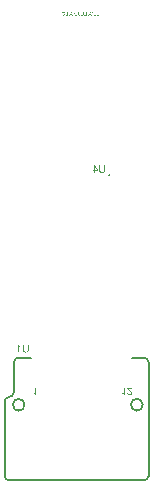
<source format=gbr>
%TF.GenerationSoftware,Altium Limited,Altium Designer,22.4.2 (48)*%
G04 Layer_Color=32896*
%FSLAX26Y26*%
%MOIN*%
%TF.SameCoordinates,E4631C7E-FC5E-4278-A014-371310923930*%
%TF.FilePolarity,Positive*%
%TF.FileFunction,Legend,Bot*%
%TF.Part,Single*%
G01*
G75*
%TA.AperFunction,NonConductor*%
%ADD60C,0.007874*%
%ADD62C,0.005906*%
G36*
X145109Y-600083D02*
X143107D01*
X142943Y-599774D01*
X142761Y-599464D01*
X142343Y-598864D01*
X141888Y-598299D01*
X141651Y-598026D01*
X141433Y-597771D01*
X141214Y-597553D01*
X141014Y-597335D01*
X140832Y-597153D01*
X140668Y-596989D01*
X140541Y-596861D01*
X140450Y-596770D01*
X140377Y-596716D01*
X140359Y-596698D01*
X139613Y-596079D01*
X138830Y-595515D01*
X138066Y-595005D01*
X137702Y-594787D01*
X137356Y-594568D01*
X137046Y-594386D01*
X136755Y-594222D01*
X136482Y-594077D01*
X136264Y-593968D01*
X136082Y-593877D01*
X135936Y-593804D01*
X135863Y-593768D01*
X135827Y-593749D01*
Y-590764D01*
X136373Y-590983D01*
X136937Y-591238D01*
X137483Y-591492D01*
X137993Y-591747D01*
X138211Y-591875D01*
X138430Y-591984D01*
X138612Y-592093D01*
X138757Y-592184D01*
X138885Y-592239D01*
X138994Y-592293D01*
X139048Y-592330D01*
X139067Y-592348D01*
X139722Y-592748D01*
X140013Y-592948D01*
X140304Y-593130D01*
X140559Y-593331D01*
X140796Y-593495D01*
X141014Y-593677D01*
X141232Y-593822D01*
X141396Y-593968D01*
X141560Y-594095D01*
X141706Y-594222D01*
X141815Y-594313D01*
X141906Y-594386D01*
X141960Y-594441D01*
X141997Y-594477D01*
X142015Y-594495D01*
Y-574803D01*
X145109D01*
Y-600083D01*
D02*
G37*
G36*
X169279Y-577770D02*
X156939D01*
X157139Y-578079D01*
X157358Y-578389D01*
X157576Y-578662D01*
X157776Y-578916D01*
X157958Y-579116D01*
X158104Y-579280D01*
X158195Y-579389D01*
X158231Y-579426D01*
X158395Y-579608D01*
X158613Y-579808D01*
X158850Y-580027D01*
X159123Y-580281D01*
X159414Y-580536D01*
X159705Y-580809D01*
X160324Y-581337D01*
X160615Y-581592D01*
X160888Y-581828D01*
X161125Y-582047D01*
X161362Y-582229D01*
X161544Y-582393D01*
X161671Y-582502D01*
X161762Y-582593D01*
X161798Y-582611D01*
X162399Y-583120D01*
X162963Y-583612D01*
X163473Y-584067D01*
X163946Y-584486D01*
X164383Y-584886D01*
X164765Y-585250D01*
X165129Y-585577D01*
X165438Y-585869D01*
X165711Y-586142D01*
X165930Y-586378D01*
X166130Y-586578D01*
X166294Y-586742D01*
X166421Y-586870D01*
X166494Y-586961D01*
X166549Y-587015D01*
X166567Y-587034D01*
X166822Y-587343D01*
X167076Y-587634D01*
X167295Y-587925D01*
X167495Y-588198D01*
X167859Y-588726D01*
X168005Y-588963D01*
X168132Y-589181D01*
X168259Y-589381D01*
X168350Y-589563D01*
X168441Y-589727D01*
X168496Y-589855D01*
X168551Y-589964D01*
X168587Y-590037D01*
X168623Y-590091D01*
Y-590109D01*
X168824Y-590655D01*
X168987Y-591183D01*
X169097Y-591693D01*
X169169Y-592148D01*
X169188Y-592348D01*
X169206Y-592530D01*
X169224Y-592676D01*
X169242Y-592821D01*
Y-592930D01*
Y-593003D01*
Y-593058D01*
Y-593076D01*
X169224Y-593622D01*
X169151Y-594150D01*
X169042Y-594641D01*
X168915Y-595114D01*
X168751Y-595551D01*
X168569Y-595970D01*
X168369Y-596352D01*
X168187Y-596698D01*
X167986Y-597007D01*
X167786Y-597280D01*
X167604Y-597517D01*
X167440Y-597699D01*
X167313Y-597862D01*
X167204Y-597972D01*
X167131Y-598044D01*
X167113Y-598063D01*
X166694Y-598427D01*
X166257Y-598736D01*
X165802Y-598991D01*
X165329Y-599227D01*
X164856Y-599428D01*
X164365Y-599591D01*
X163910Y-599719D01*
X163455Y-599828D01*
X163036Y-599919D01*
X162636Y-599974D01*
X162290Y-600028D01*
X161980Y-600047D01*
X161726Y-600065D01*
X161544Y-600083D01*
X161380D01*
X160725Y-600065D01*
X160106Y-600010D01*
X159523Y-599919D01*
X158977Y-599792D01*
X158468Y-599646D01*
X157995Y-599482D01*
X157576Y-599318D01*
X157176Y-599155D01*
X156830Y-598973D01*
X156520Y-598809D01*
X156266Y-598645D01*
X156047Y-598500D01*
X155883Y-598390D01*
X155756Y-598281D01*
X155683Y-598226D01*
X155665Y-598208D01*
X155283Y-597844D01*
X154955Y-597444D01*
X154646Y-597025D01*
X154391Y-596588D01*
X154154Y-596134D01*
X153954Y-595678D01*
X153790Y-595242D01*
X153645Y-594805D01*
X153536Y-594404D01*
X153445Y-594022D01*
X153372Y-593677D01*
X153317Y-593385D01*
X153263Y-593149D01*
X153244Y-592967D01*
Y-592894D01*
X153226Y-592839D01*
Y-592821D01*
Y-592803D01*
X156411Y-592475D01*
X156429Y-592912D01*
X156466Y-593312D01*
X156539Y-593695D01*
X156611Y-594059D01*
X156721Y-594386D01*
X156830Y-594678D01*
X156957Y-594969D01*
X157085Y-595205D01*
X157194Y-595424D01*
X157321Y-595624D01*
X157430Y-595788D01*
X157540Y-595933D01*
X157612Y-596024D01*
X157685Y-596115D01*
X157722Y-596152D01*
X157740Y-596170D01*
X157995Y-596407D01*
X158286Y-596607D01*
X158577Y-596789D01*
X158868Y-596952D01*
X159178Y-597080D01*
X159469Y-597189D01*
X159760Y-597280D01*
X160033Y-597353D01*
X160306Y-597408D01*
X160543Y-597444D01*
X160761Y-597480D01*
X160961Y-597499D01*
X161107Y-597517D01*
X161325D01*
X161707Y-597499D01*
X162071Y-597462D01*
X162417Y-597408D01*
X162745Y-597317D01*
X163036Y-597226D01*
X163327Y-597116D01*
X163582Y-597007D01*
X163819Y-596880D01*
X164019Y-596770D01*
X164201Y-596643D01*
X164365Y-596534D01*
X164492Y-596443D01*
X164601Y-596352D01*
X164674Y-596297D01*
X164710Y-596261D01*
X164729Y-596243D01*
X164965Y-596006D01*
X165165Y-595751D01*
X165347Y-595496D01*
X165493Y-595223D01*
X165620Y-594969D01*
X165730Y-594714D01*
X165821Y-594459D01*
X165893Y-594222D01*
X165948Y-594004D01*
X165984Y-593804D01*
X166021Y-593622D01*
X166039Y-593458D01*
X166057Y-593331D01*
Y-593240D01*
Y-593167D01*
Y-593149D01*
X166039Y-592821D01*
X166003Y-592494D01*
X165930Y-592166D01*
X165839Y-591838D01*
X165602Y-591201D01*
X165457Y-590910D01*
X165329Y-590637D01*
X165202Y-590382D01*
X165056Y-590146D01*
X164947Y-589946D01*
X164838Y-589764D01*
X164729Y-589636D01*
X164656Y-589527D01*
X164619Y-589454D01*
X164601Y-589436D01*
X164310Y-589054D01*
X163946Y-588635D01*
X163564Y-588216D01*
X163127Y-587780D01*
X162690Y-587325D01*
X162217Y-586888D01*
X161762Y-586451D01*
X161289Y-586033D01*
X160852Y-585632D01*
X160433Y-585268D01*
X160069Y-584922D01*
X159724Y-584649D01*
X159451Y-584413D01*
X159341Y-584322D01*
X159250Y-584231D01*
X159178Y-584176D01*
X159123Y-584121D01*
X159087Y-584103D01*
X159068Y-584085D01*
X158595Y-583685D01*
X158140Y-583303D01*
X157722Y-582938D01*
X157321Y-582593D01*
X156957Y-582247D01*
X156630Y-581938D01*
X156338Y-581646D01*
X156065Y-581373D01*
X155811Y-581137D01*
X155610Y-580918D01*
X155428Y-580736D01*
X155283Y-580572D01*
X155174Y-580445D01*
X155101Y-580354D01*
X155046Y-580299D01*
X155028Y-580281D01*
X154537Y-579663D01*
X154118Y-579062D01*
X153772Y-578498D01*
X153608Y-578243D01*
X153481Y-577988D01*
X153372Y-577770D01*
X153263Y-577569D01*
X153172Y-577388D01*
X153117Y-577224D01*
X153062Y-577096D01*
X153026Y-577005D01*
X152990Y-576951D01*
Y-576933D01*
X152862Y-576550D01*
X152771Y-576168D01*
X152717Y-575804D01*
X152680Y-575495D01*
X152662Y-575203D01*
X152644Y-575094D01*
Y-574985D01*
Y-574912D01*
Y-574858D01*
Y-574821D01*
Y-574803D01*
X169279D01*
Y-577770D01*
D02*
G37*
G36*
X-150167Y-600083D02*
X-152169D01*
X-152333Y-599774D01*
X-152515Y-599464D01*
X-152933Y-598864D01*
X-153388Y-598299D01*
X-153625Y-598026D01*
X-153843Y-597771D01*
X-154062Y-597553D01*
X-154262Y-597335D01*
X-154444Y-597153D01*
X-154608Y-596989D01*
X-154735Y-596861D01*
X-154826Y-596770D01*
X-154899Y-596716D01*
X-154917Y-596698D01*
X-155663Y-596079D01*
X-156446Y-595515D01*
X-157210Y-595005D01*
X-157574Y-594787D01*
X-157920Y-594568D01*
X-158229Y-594386D01*
X-158521Y-594222D01*
X-158794Y-594077D01*
X-159012Y-593968D01*
X-159194Y-593877D01*
X-159340Y-593804D01*
X-159412Y-593768D01*
X-159449Y-593749D01*
Y-590764D01*
X-158903Y-590983D01*
X-158339Y-591238D01*
X-157793Y-591492D01*
X-157283Y-591747D01*
X-157065Y-591875D01*
X-156846Y-591984D01*
X-156664Y-592093D01*
X-156519Y-592184D01*
X-156391Y-592239D01*
X-156282Y-592293D01*
X-156227Y-592330D01*
X-156209Y-592348D01*
X-155554Y-592748D01*
X-155263Y-592948D01*
X-154972Y-593130D01*
X-154717Y-593331D01*
X-154480Y-593495D01*
X-154262Y-593677D01*
X-154043Y-593822D01*
X-153880Y-593968D01*
X-153716Y-594095D01*
X-153570Y-594222D01*
X-153461Y-594313D01*
X-153370Y-594386D01*
X-153315Y-594441D01*
X-153279Y-594477D01*
X-153261Y-594495D01*
Y-574803D01*
X-150167D01*
Y-600083D01*
D02*
G37*
G36*
X34415Y678394D02*
X34715Y678374D01*
X35005Y678334D01*
X35285Y678284D01*
X35555Y678224D01*
X35805Y678164D01*
X36045Y678094D01*
X36265Y678024D01*
X36455Y677944D01*
X36635Y677874D01*
X36795Y677814D01*
X36925Y677754D01*
X37025Y677704D01*
X37105Y677664D01*
X37145Y677644D01*
X37165Y677634D01*
X37415Y677484D01*
X37655Y677324D01*
X37875Y677144D01*
X38075Y676964D01*
X38275Y676784D01*
X38445Y676594D01*
X38605Y676414D01*
X38745Y676234D01*
X38875Y676064D01*
X38985Y675914D01*
X39075Y675764D01*
X39155Y675644D01*
X39215Y675544D01*
X39255Y675464D01*
X39285Y675424D01*
X39295Y675404D01*
X39425Y675124D01*
X39545Y674834D01*
X39645Y674544D01*
X39725Y674254D01*
X39805Y673964D01*
X39865Y673674D01*
X39915Y673394D01*
X39955Y673134D01*
X39985Y672894D01*
X40005Y672664D01*
X40025Y672464D01*
X40035Y672294D01*
Y672154D01*
X40045Y672054D01*
Y672014D01*
Y671984D01*
Y671974D01*
Y671964D01*
X40035Y671634D01*
X40015Y671304D01*
X39985Y670984D01*
X39945Y670674D01*
X39895Y670384D01*
X39835Y670104D01*
X39775Y669844D01*
X39715Y669604D01*
X39655Y669374D01*
X39595Y669184D01*
X39535Y669004D01*
X39485Y668864D01*
X39445Y668744D01*
X39415Y668654D01*
X39395Y668604D01*
X39385Y668584D01*
X39255Y668294D01*
X39105Y668034D01*
X38955Y667784D01*
X38795Y667544D01*
X38635Y667334D01*
X38475Y667134D01*
X38315Y666954D01*
X38165Y666794D01*
X38015Y666654D01*
X37885Y666534D01*
X37755Y666424D01*
X37655Y666334D01*
X37565Y666274D01*
X37505Y666224D01*
X37455Y666194D01*
X37445Y666184D01*
X37195Y666034D01*
X36935Y665914D01*
X36665Y665804D01*
X36385Y665704D01*
X36105Y665624D01*
X35835Y665554D01*
X35565Y665504D01*
X35305Y665454D01*
X35065Y665424D01*
X34835Y665394D01*
X34635Y665384D01*
X34465Y665364D01*
X34325D01*
X34215Y665354D01*
X34125D01*
X33765Y665364D01*
X33415Y665404D01*
X33085Y665454D01*
X32775Y665524D01*
X32475Y665604D01*
X32205Y665694D01*
X31955Y665794D01*
X31725Y665894D01*
X31515Y665994D01*
X31325Y666094D01*
X31175Y666184D01*
X31035Y666264D01*
X30935Y666334D01*
X30855Y666384D01*
X30815Y666424D01*
X30795Y666434D01*
X30545Y666644D01*
X30325Y666874D01*
X30115Y667124D01*
X29925Y667384D01*
X29755Y667634D01*
X29595Y667904D01*
X29465Y668154D01*
X29335Y668404D01*
X29235Y668644D01*
X29145Y668854D01*
X29065Y669054D01*
X29005Y669224D01*
X28965Y669364D01*
X28935Y669474D01*
X28915Y669514D01*
Y669544D01*
X28905Y669554D01*
Y669564D01*
X30575Y669994D01*
X30645Y669704D01*
X30735Y669434D01*
X30825Y669174D01*
X30925Y668944D01*
X31035Y668724D01*
X31145Y668524D01*
X31255Y668354D01*
X31365Y668194D01*
X31475Y668044D01*
X31565Y667924D01*
X31655Y667824D01*
X31735Y667734D01*
X31805Y667674D01*
X31855Y667624D01*
X31885Y667594D01*
X31895Y667584D01*
X32085Y667444D01*
X32275Y667324D01*
X32475Y667214D01*
X32675Y667124D01*
X32875Y667044D01*
X33075Y666984D01*
X33265Y666924D01*
X33445Y666884D01*
X33615Y666854D01*
X33775Y666824D01*
X33915Y666804D01*
X34035Y666794D01*
X34125D01*
X34205Y666784D01*
X34265D01*
X34475Y666794D01*
X34685Y666814D01*
X34885Y666834D01*
X35085Y666874D01*
X35275Y666924D01*
X35445Y666974D01*
X35615Y667024D01*
X35765Y667084D01*
X35905Y667134D01*
X36035Y667184D01*
X36135Y667234D01*
X36235Y667284D01*
X36305Y667324D01*
X36355Y667344D01*
X36395Y667364D01*
X36405Y667374D01*
X36585Y667494D01*
X36755Y667624D01*
X36905Y667754D01*
X37055Y667904D01*
X37185Y668054D01*
X37305Y668204D01*
X37405Y668344D01*
X37505Y668494D01*
X37595Y668624D01*
X37665Y668754D01*
X37725Y668864D01*
X37775Y668964D01*
X37815Y669054D01*
X37845Y669114D01*
X37855Y669154D01*
X37865Y669164D01*
X37945Y669394D01*
X38015Y669634D01*
X38135Y670114D01*
X38215Y670584D01*
X38245Y670804D01*
X38265Y671024D01*
X38285Y671214D01*
X38305Y671404D01*
X38315Y671564D01*
Y671704D01*
X38325Y671814D01*
Y671904D01*
Y671954D01*
Y671974D01*
X38305Y672434D01*
X38265Y672884D01*
X38235Y673094D01*
X38205Y673294D01*
X38165Y673474D01*
X38125Y673654D01*
X38095Y673814D01*
X38055Y673954D01*
X38025Y674084D01*
X37995Y674194D01*
X37975Y674274D01*
X37955Y674344D01*
X37935Y674384D01*
Y674394D01*
X37855Y674614D01*
X37765Y674814D01*
X37655Y675004D01*
X37555Y675184D01*
X37435Y675354D01*
X37325Y675504D01*
X37215Y675654D01*
X37095Y675774D01*
X36995Y675894D01*
X36895Y675994D01*
X36805Y676074D01*
X36725Y676144D01*
X36655Y676204D01*
X36605Y676244D01*
X36575Y676264D01*
X36565Y676274D01*
X36375Y676394D01*
X36175Y676504D01*
X35975Y676594D01*
X35775Y676684D01*
X35565Y676744D01*
X35365Y676804D01*
X35165Y676854D01*
X34985Y676884D01*
X34805Y676914D01*
X34645Y676934D01*
X34505Y676954D01*
X34375Y676964D01*
X34275Y676974D01*
X34135D01*
X33905Y676964D01*
X33685Y676944D01*
X33475Y676914D01*
X33275Y676874D01*
X33095Y676824D01*
X32915Y676774D01*
X32765Y676714D01*
X32615Y676664D01*
X32485Y676604D01*
X32375Y676544D01*
X32275Y676494D01*
X32195Y676444D01*
X32125Y676404D01*
X32085Y676374D01*
X32055Y676354D01*
X32045Y676344D01*
X31895Y676214D01*
X31745Y676074D01*
X31615Y675924D01*
X31495Y675764D01*
X31275Y675434D01*
X31085Y675104D01*
X31015Y674944D01*
X30945Y674804D01*
X30895Y674674D01*
X30845Y674564D01*
X30815Y674464D01*
X30785Y674394D01*
X30765Y674354D01*
Y674334D01*
X29125Y674724D01*
X29225Y675044D01*
X29345Y675344D01*
X29485Y675624D01*
X29625Y675884D01*
X29765Y676124D01*
X29915Y676354D01*
X30065Y676554D01*
X30215Y676734D01*
X30355Y676894D01*
X30485Y677034D01*
X30605Y677154D01*
X30715Y677254D01*
X30805Y677334D01*
X30865Y677394D01*
X30915Y677424D01*
X30925Y677434D01*
X31175Y677604D01*
X31435Y677754D01*
X31695Y677884D01*
X31965Y677994D01*
X32235Y678094D01*
X32495Y678164D01*
X32755Y678234D01*
X32995Y678284D01*
X33225Y678324D01*
X33435Y678354D01*
X33625Y678374D01*
X33785Y678394D01*
X33925D01*
X34025Y678404D01*
X34105D01*
X34415Y678394D01*
D02*
G37*
G36*
X3085D02*
X3385Y678374D01*
X3675Y678334D01*
X3955Y678284D01*
X4225Y678224D01*
X4475Y678164D01*
X4715Y678094D01*
X4935Y678024D01*
X5125Y677944D01*
X5305Y677874D01*
X5465Y677814D01*
X5595Y677754D01*
X5695Y677704D01*
X5775Y677664D01*
X5815Y677644D01*
X5835Y677634D01*
X6085Y677484D01*
X6325Y677324D01*
X6545Y677144D01*
X6745Y676964D01*
X6945Y676784D01*
X7115Y676594D01*
X7275Y676414D01*
X7415Y676234D01*
X7545Y676064D01*
X7655Y675914D01*
X7745Y675764D01*
X7825Y675644D01*
X7885Y675544D01*
X7925Y675464D01*
X7955Y675424D01*
X7965Y675404D01*
X8095Y675124D01*
X8215Y674834D01*
X8315Y674544D01*
X8395Y674254D01*
X8475Y673964D01*
X8535Y673674D01*
X8585Y673394D01*
X8625Y673134D01*
X8655Y672894D01*
X8675Y672664D01*
X8695Y672464D01*
X8705Y672294D01*
Y672154D01*
X8715Y672054D01*
Y672014D01*
Y671984D01*
Y671974D01*
Y671964D01*
X8705Y671634D01*
X8685Y671304D01*
X8655Y670984D01*
X8615Y670674D01*
X8565Y670384D01*
X8505Y670104D01*
X8445Y669844D01*
X8385Y669604D01*
X8325Y669374D01*
X8265Y669184D01*
X8205Y669004D01*
X8155Y668864D01*
X8115Y668744D01*
X8085Y668654D01*
X8065Y668604D01*
X8055Y668584D01*
X7925Y668294D01*
X7775Y668034D01*
X7625Y667784D01*
X7465Y667544D01*
X7305Y667334D01*
X7145Y667134D01*
X6985Y666954D01*
X6835Y666794D01*
X6685Y666654D01*
X6555Y666534D01*
X6425Y666424D01*
X6325Y666334D01*
X6235Y666274D01*
X6175Y666224D01*
X6125Y666194D01*
X6115Y666184D01*
X5865Y666034D01*
X5605Y665914D01*
X5335Y665804D01*
X5055Y665704D01*
X4775Y665624D01*
X4505Y665554D01*
X4235Y665504D01*
X3975Y665454D01*
X3735Y665424D01*
X3505Y665394D01*
X3305Y665384D01*
X3135Y665364D01*
X2995D01*
X2885Y665354D01*
X2795D01*
X2435Y665364D01*
X2085Y665404D01*
X1755Y665454D01*
X1445Y665524D01*
X1145Y665604D01*
X875Y665694D01*
X625Y665794D01*
X395Y665894D01*
X185Y665994D01*
X-5Y666094D01*
X-155Y666184D01*
X-295Y666264D01*
X-395Y666334D01*
X-475Y666384D01*
X-515Y666424D01*
X-535Y666434D01*
X-785Y666644D01*
X-1005Y666874D01*
X-1215Y667124D01*
X-1405Y667384D01*
X-1575Y667634D01*
X-1735Y667904D01*
X-1865Y668154D01*
X-1995Y668404D01*
X-2095Y668644D01*
X-2185Y668854D01*
X-2265Y669054D01*
X-2325Y669224D01*
X-2365Y669364D01*
X-2395Y669474D01*
X-2415Y669514D01*
Y669544D01*
X-2425Y669554D01*
Y669564D01*
X-755Y669994D01*
X-685Y669704D01*
X-595Y669434D01*
X-505Y669174D01*
X-405Y668944D01*
X-295Y668724D01*
X-185Y668524D01*
X-75Y668354D01*
X35Y668194D01*
X145Y668044D01*
X235Y667924D01*
X325Y667824D01*
X405Y667734D01*
X475Y667674D01*
X525Y667624D01*
X555Y667594D01*
X565Y667584D01*
X755Y667444D01*
X945Y667324D01*
X1145Y667214D01*
X1345Y667124D01*
X1545Y667044D01*
X1745Y666984D01*
X1935Y666924D01*
X2115Y666884D01*
X2285Y666854D01*
X2445Y666824D01*
X2585Y666804D01*
X2705Y666794D01*
X2795D01*
X2875Y666784D01*
X2935D01*
X3145Y666794D01*
X3355Y666814D01*
X3555Y666834D01*
X3755Y666874D01*
X3945Y666924D01*
X4115Y666974D01*
X4285Y667024D01*
X4435Y667084D01*
X4575Y667134D01*
X4705Y667184D01*
X4805Y667234D01*
X4905Y667284D01*
X4975Y667324D01*
X5025Y667344D01*
X5065Y667364D01*
X5075Y667374D01*
X5255Y667494D01*
X5425Y667624D01*
X5575Y667754D01*
X5725Y667904D01*
X5855Y668054D01*
X5975Y668204D01*
X6075Y668344D01*
X6175Y668494D01*
X6265Y668624D01*
X6335Y668754D01*
X6395Y668864D01*
X6445Y668964D01*
X6485Y669054D01*
X6515Y669114D01*
X6525Y669154D01*
X6535Y669164D01*
X6615Y669394D01*
X6685Y669634D01*
X6805Y670114D01*
X6885Y670584D01*
X6915Y670804D01*
X6935Y671024D01*
X6955Y671214D01*
X6975Y671404D01*
X6985Y671564D01*
Y671704D01*
X6995Y671814D01*
Y671904D01*
Y671954D01*
Y671974D01*
X6975Y672434D01*
X6935Y672884D01*
X6905Y673094D01*
X6875Y673294D01*
X6835Y673474D01*
X6795Y673654D01*
X6765Y673814D01*
X6725Y673954D01*
X6695Y674084D01*
X6665Y674194D01*
X6645Y674274D01*
X6625Y674344D01*
X6605Y674384D01*
Y674394D01*
X6525Y674614D01*
X6435Y674814D01*
X6325Y675004D01*
X6225Y675184D01*
X6105Y675354D01*
X5995Y675504D01*
X5885Y675654D01*
X5765Y675774D01*
X5665Y675894D01*
X5565Y675994D01*
X5475Y676074D01*
X5395Y676144D01*
X5325Y676204D01*
X5275Y676244D01*
X5245Y676264D01*
X5235Y676274D01*
X5045Y676394D01*
X4845Y676504D01*
X4645Y676594D01*
X4445Y676684D01*
X4235Y676744D01*
X4035Y676804D01*
X3835Y676854D01*
X3655Y676884D01*
X3475Y676914D01*
X3315Y676934D01*
X3175Y676954D01*
X3045Y676964D01*
X2945Y676974D01*
X2805D01*
X2575Y676964D01*
X2355Y676944D01*
X2145Y676914D01*
X1945Y676874D01*
X1765Y676824D01*
X1585Y676774D01*
X1435Y676714D01*
X1285Y676664D01*
X1155Y676604D01*
X1045Y676544D01*
X945Y676494D01*
X865Y676444D01*
X795Y676404D01*
X755Y676374D01*
X725Y676354D01*
X715Y676344D01*
X565Y676214D01*
X415Y676074D01*
X285Y675924D01*
X165Y675764D01*
X-55Y675434D01*
X-245Y675104D01*
X-315Y674944D01*
X-385Y674804D01*
X-435Y674674D01*
X-485Y674564D01*
X-515Y674464D01*
X-545Y674394D01*
X-565Y674354D01*
Y674334D01*
X-2205Y674724D01*
X-2105Y675044D01*
X-1985Y675344D01*
X-1845Y675624D01*
X-1705Y675884D01*
X-1565Y676124D01*
X-1415Y676354D01*
X-1265Y676554D01*
X-1115Y676734D01*
X-975Y676894D01*
X-845Y677034D01*
X-725Y677154D01*
X-615Y677254D01*
X-525Y677334D01*
X-465Y677394D01*
X-415Y677424D01*
X-405Y677434D01*
X-155Y677604D01*
X105Y677754D01*
X365Y677884D01*
X635Y677994D01*
X905Y678094D01*
X1165Y678164D01*
X1425Y678234D01*
X1665Y678284D01*
X1895Y678324D01*
X2105Y678354D01*
X2295Y678374D01*
X2455Y678394D01*
X2595D01*
X2695Y678404D01*
X2775D01*
X3085Y678394D01*
D02*
G37*
G36*
X-28245D02*
X-27945Y678374D01*
X-27655Y678334D01*
X-27375Y678284D01*
X-27105Y678224D01*
X-26855Y678164D01*
X-26615Y678094D01*
X-26395Y678024D01*
X-26205Y677944D01*
X-26025Y677874D01*
X-25865Y677814D01*
X-25735Y677754D01*
X-25635Y677704D01*
X-25555Y677664D01*
X-25515Y677644D01*
X-25495Y677634D01*
X-25245Y677484D01*
X-25005Y677324D01*
X-24785Y677144D01*
X-24585Y676964D01*
X-24385Y676784D01*
X-24215Y676594D01*
X-24055Y676414D01*
X-23915Y676234D01*
X-23785Y676064D01*
X-23675Y675914D01*
X-23585Y675764D01*
X-23505Y675644D01*
X-23445Y675544D01*
X-23405Y675464D01*
X-23375Y675424D01*
X-23365Y675404D01*
X-23235Y675124D01*
X-23115Y674834D01*
X-23015Y674544D01*
X-22935Y674254D01*
X-22855Y673964D01*
X-22795Y673674D01*
X-22745Y673394D01*
X-22705Y673134D01*
X-22675Y672894D01*
X-22655Y672664D01*
X-22635Y672464D01*
X-22625Y672294D01*
Y672154D01*
X-22615Y672054D01*
Y672014D01*
Y671984D01*
Y671974D01*
Y671964D01*
X-22625Y671634D01*
X-22645Y671304D01*
X-22675Y670984D01*
X-22715Y670674D01*
X-22765Y670384D01*
X-22825Y670104D01*
X-22885Y669844D01*
X-22945Y669604D01*
X-23005Y669374D01*
X-23065Y669184D01*
X-23125Y669004D01*
X-23175Y668864D01*
X-23215Y668744D01*
X-23245Y668654D01*
X-23265Y668604D01*
X-23275Y668584D01*
X-23405Y668294D01*
X-23555Y668034D01*
X-23705Y667784D01*
X-23865Y667544D01*
X-24025Y667334D01*
X-24185Y667134D01*
X-24345Y666954D01*
X-24495Y666794D01*
X-24645Y666654D01*
X-24775Y666534D01*
X-24905Y666424D01*
X-25005Y666334D01*
X-25095Y666274D01*
X-25155Y666224D01*
X-25205Y666194D01*
X-25215Y666184D01*
X-25465Y666034D01*
X-25725Y665914D01*
X-25995Y665804D01*
X-26275Y665704D01*
X-26555Y665624D01*
X-26825Y665554D01*
X-27095Y665504D01*
X-27355Y665454D01*
X-27595Y665424D01*
X-27825Y665394D01*
X-28025Y665384D01*
X-28195Y665364D01*
X-28335D01*
X-28445Y665354D01*
X-28535D01*
X-28895Y665364D01*
X-29245Y665404D01*
X-29575Y665454D01*
X-29885Y665524D01*
X-30185Y665604D01*
X-30455Y665694D01*
X-30705Y665794D01*
X-30935Y665894D01*
X-31145Y665994D01*
X-31335Y666094D01*
X-31485Y666184D01*
X-31625Y666264D01*
X-31725Y666334D01*
X-31805Y666384D01*
X-31845Y666424D01*
X-31865Y666434D01*
X-32115Y666644D01*
X-32335Y666874D01*
X-32545Y667124D01*
X-32735Y667384D01*
X-32905Y667634D01*
X-33065Y667904D01*
X-33195Y668154D01*
X-33325Y668404D01*
X-33425Y668644D01*
X-33515Y668854D01*
X-33595Y669054D01*
X-33655Y669224D01*
X-33695Y669364D01*
X-33725Y669474D01*
X-33745Y669514D01*
Y669544D01*
X-33755Y669554D01*
Y669564D01*
X-32085Y669994D01*
X-32015Y669704D01*
X-31925Y669434D01*
X-31835Y669174D01*
X-31735Y668944D01*
X-31625Y668724D01*
X-31515Y668524D01*
X-31405Y668354D01*
X-31295Y668194D01*
X-31185Y668044D01*
X-31095Y667924D01*
X-31005Y667824D01*
X-30925Y667734D01*
X-30855Y667674D01*
X-30805Y667624D01*
X-30775Y667594D01*
X-30765Y667584D01*
X-30575Y667444D01*
X-30385Y667324D01*
X-30185Y667214D01*
X-29985Y667124D01*
X-29785Y667044D01*
X-29585Y666984D01*
X-29395Y666924D01*
X-29215Y666884D01*
X-29045Y666854D01*
X-28885Y666824D01*
X-28745Y666804D01*
X-28625Y666794D01*
X-28535D01*
X-28455Y666784D01*
X-28395D01*
X-28185Y666794D01*
X-27975Y666814D01*
X-27775Y666834D01*
X-27575Y666874D01*
X-27385Y666924D01*
X-27215Y666974D01*
X-27045Y667024D01*
X-26895Y667084D01*
X-26755Y667134D01*
X-26625Y667184D01*
X-26525Y667234D01*
X-26425Y667284D01*
X-26355Y667324D01*
X-26305Y667344D01*
X-26265Y667364D01*
X-26255Y667374D01*
X-26075Y667494D01*
X-25905Y667624D01*
X-25755Y667754D01*
X-25605Y667904D01*
X-25475Y668054D01*
X-25355Y668204D01*
X-25255Y668344D01*
X-25155Y668494D01*
X-25065Y668624D01*
X-24995Y668754D01*
X-24935Y668864D01*
X-24885Y668964D01*
X-24845Y669054D01*
X-24815Y669114D01*
X-24805Y669154D01*
X-24795Y669164D01*
X-24715Y669394D01*
X-24645Y669634D01*
X-24525Y670114D01*
X-24445Y670584D01*
X-24415Y670804D01*
X-24395Y671024D01*
X-24375Y671214D01*
X-24355Y671404D01*
X-24345Y671564D01*
Y671704D01*
X-24335Y671814D01*
Y671904D01*
Y671954D01*
Y671974D01*
X-24355Y672434D01*
X-24395Y672884D01*
X-24425Y673094D01*
X-24455Y673294D01*
X-24495Y673474D01*
X-24535Y673654D01*
X-24565Y673814D01*
X-24605Y673954D01*
X-24635Y674084D01*
X-24665Y674194D01*
X-24685Y674274D01*
X-24705Y674344D01*
X-24725Y674384D01*
Y674394D01*
X-24805Y674614D01*
X-24895Y674814D01*
X-25005Y675004D01*
X-25105Y675184D01*
X-25225Y675354D01*
X-25335Y675504D01*
X-25445Y675654D01*
X-25565Y675774D01*
X-25665Y675894D01*
X-25765Y675994D01*
X-25855Y676074D01*
X-25935Y676144D01*
X-26005Y676204D01*
X-26055Y676244D01*
X-26085Y676264D01*
X-26095Y676274D01*
X-26285Y676394D01*
X-26485Y676504D01*
X-26685Y676594D01*
X-26885Y676684D01*
X-27095Y676744D01*
X-27295Y676804D01*
X-27495Y676854D01*
X-27675Y676884D01*
X-27855Y676914D01*
X-28015Y676934D01*
X-28155Y676954D01*
X-28285Y676964D01*
X-28385Y676974D01*
X-28525D01*
X-28755Y676964D01*
X-28975Y676944D01*
X-29185Y676914D01*
X-29385Y676874D01*
X-29565Y676824D01*
X-29745Y676774D01*
X-29895Y676714D01*
X-30045Y676664D01*
X-30175Y676604D01*
X-30285Y676544D01*
X-30385Y676494D01*
X-30465Y676444D01*
X-30535Y676404D01*
X-30575Y676374D01*
X-30605Y676354D01*
X-30615Y676344D01*
X-30765Y676214D01*
X-30915Y676074D01*
X-31045Y675924D01*
X-31165Y675764D01*
X-31385Y675434D01*
X-31575Y675104D01*
X-31645Y674944D01*
X-31715Y674804D01*
X-31765Y674674D01*
X-31815Y674564D01*
X-31845Y674464D01*
X-31875Y674394D01*
X-31895Y674354D01*
Y674334D01*
X-33535Y674724D01*
X-33435Y675044D01*
X-33315Y675344D01*
X-33175Y675624D01*
X-33035Y675884D01*
X-32895Y676124D01*
X-32745Y676354D01*
X-32595Y676554D01*
X-32445Y676734D01*
X-32305Y676894D01*
X-32175Y677034D01*
X-32055Y677154D01*
X-31945Y677254D01*
X-31855Y677334D01*
X-31795Y677394D01*
X-31745Y677424D01*
X-31735Y677434D01*
X-31485Y677604D01*
X-31225Y677754D01*
X-30965Y677884D01*
X-30695Y677994D01*
X-30425Y678094D01*
X-30165Y678164D01*
X-29905Y678234D01*
X-29665Y678284D01*
X-29435Y678324D01*
X-29225Y678354D01*
X-29035Y678374D01*
X-28875Y678394D01*
X-28735D01*
X-28635Y678404D01*
X-28555D01*
X-28245Y678394D01*
D02*
G37*
G36*
X-59575D02*
X-59275Y678374D01*
X-58985Y678334D01*
X-58705Y678284D01*
X-58435Y678224D01*
X-58185Y678164D01*
X-57945Y678094D01*
X-57725Y678024D01*
X-57535Y677944D01*
X-57355Y677874D01*
X-57195Y677814D01*
X-57065Y677754D01*
X-56965Y677704D01*
X-56885Y677664D01*
X-56845Y677644D01*
X-56825Y677634D01*
X-56575Y677484D01*
X-56335Y677324D01*
X-56115Y677144D01*
X-55915Y676964D01*
X-55715Y676784D01*
X-55545Y676594D01*
X-55385Y676414D01*
X-55245Y676234D01*
X-55115Y676064D01*
X-55005Y675914D01*
X-54915Y675764D01*
X-54835Y675644D01*
X-54775Y675544D01*
X-54735Y675464D01*
X-54705Y675424D01*
X-54695Y675404D01*
X-54565Y675124D01*
X-54445Y674834D01*
X-54345Y674544D01*
X-54265Y674254D01*
X-54185Y673964D01*
X-54125Y673674D01*
X-54075Y673394D01*
X-54035Y673134D01*
X-54005Y672894D01*
X-53985Y672664D01*
X-53965Y672464D01*
X-53955Y672294D01*
Y672154D01*
X-53945Y672054D01*
Y672014D01*
Y671984D01*
Y671974D01*
Y671964D01*
X-53955Y671634D01*
X-53975Y671304D01*
X-54005Y670984D01*
X-54045Y670674D01*
X-54095Y670384D01*
X-54155Y670104D01*
X-54215Y669844D01*
X-54275Y669604D01*
X-54335Y669374D01*
X-54395Y669184D01*
X-54455Y669004D01*
X-54505Y668864D01*
X-54545Y668744D01*
X-54575Y668654D01*
X-54595Y668604D01*
X-54605Y668584D01*
X-54735Y668294D01*
X-54885Y668034D01*
X-55035Y667784D01*
X-55195Y667544D01*
X-55355Y667334D01*
X-55515Y667134D01*
X-55675Y666954D01*
X-55825Y666794D01*
X-55975Y666654D01*
X-56105Y666534D01*
X-56235Y666424D01*
X-56335Y666334D01*
X-56425Y666274D01*
X-56485Y666224D01*
X-56535Y666194D01*
X-56545Y666184D01*
X-56795Y666034D01*
X-57055Y665914D01*
X-57325Y665804D01*
X-57605Y665704D01*
X-57885Y665624D01*
X-58155Y665554D01*
X-58425Y665504D01*
X-58685Y665454D01*
X-58925Y665424D01*
X-59155Y665394D01*
X-59355Y665384D01*
X-59525Y665364D01*
X-59665D01*
X-59775Y665354D01*
X-59865D01*
X-60225Y665364D01*
X-60575Y665404D01*
X-60905Y665454D01*
X-61215Y665524D01*
X-61515Y665604D01*
X-61785Y665694D01*
X-62035Y665794D01*
X-62265Y665894D01*
X-62475Y665994D01*
X-62665Y666094D01*
X-62815Y666184D01*
X-62955Y666264D01*
X-63055Y666334D01*
X-63135Y666384D01*
X-63175Y666424D01*
X-63195Y666434D01*
X-63445Y666644D01*
X-63665Y666874D01*
X-63875Y667124D01*
X-64065Y667384D01*
X-64235Y667634D01*
X-64395Y667904D01*
X-64525Y668154D01*
X-64655Y668404D01*
X-64755Y668644D01*
X-64845Y668854D01*
X-64925Y669054D01*
X-64985Y669224D01*
X-65025Y669364D01*
X-65055Y669474D01*
X-65075Y669514D01*
Y669544D01*
X-65085Y669554D01*
Y669564D01*
X-63415Y669994D01*
X-63345Y669704D01*
X-63255Y669434D01*
X-63165Y669174D01*
X-63065Y668944D01*
X-62955Y668724D01*
X-62845Y668524D01*
X-62735Y668354D01*
X-62625Y668194D01*
X-62515Y668044D01*
X-62425Y667924D01*
X-62335Y667824D01*
X-62255Y667734D01*
X-62185Y667674D01*
X-62135Y667624D01*
X-62105Y667594D01*
X-62095Y667584D01*
X-61905Y667444D01*
X-61715Y667324D01*
X-61515Y667214D01*
X-61315Y667124D01*
X-61115Y667044D01*
X-60915Y666984D01*
X-60725Y666924D01*
X-60545Y666884D01*
X-60375Y666854D01*
X-60215Y666824D01*
X-60075Y666804D01*
X-59955Y666794D01*
X-59865D01*
X-59785Y666784D01*
X-59725D01*
X-59515Y666794D01*
X-59305Y666814D01*
X-59105Y666834D01*
X-58905Y666874D01*
X-58715Y666924D01*
X-58545Y666974D01*
X-58375Y667024D01*
X-58225Y667084D01*
X-58085Y667134D01*
X-57955Y667184D01*
X-57855Y667234D01*
X-57755Y667284D01*
X-57685Y667324D01*
X-57635Y667344D01*
X-57595Y667364D01*
X-57585Y667374D01*
X-57405Y667494D01*
X-57235Y667624D01*
X-57085Y667754D01*
X-56935Y667904D01*
X-56805Y668054D01*
X-56685Y668204D01*
X-56585Y668344D01*
X-56485Y668494D01*
X-56395Y668624D01*
X-56325Y668754D01*
X-56265Y668864D01*
X-56215Y668964D01*
X-56175Y669054D01*
X-56145Y669114D01*
X-56135Y669154D01*
X-56125Y669164D01*
X-56045Y669394D01*
X-55975Y669634D01*
X-55855Y670114D01*
X-55775Y670584D01*
X-55745Y670804D01*
X-55725Y671024D01*
X-55705Y671214D01*
X-55685Y671404D01*
X-55675Y671564D01*
Y671704D01*
X-55665Y671814D01*
Y671904D01*
Y671954D01*
Y671974D01*
X-55685Y672434D01*
X-55725Y672884D01*
X-55755Y673094D01*
X-55785Y673294D01*
X-55825Y673474D01*
X-55865Y673654D01*
X-55895Y673814D01*
X-55935Y673954D01*
X-55965Y674084D01*
X-55995Y674194D01*
X-56015Y674274D01*
X-56035Y674344D01*
X-56055Y674384D01*
Y674394D01*
X-56135Y674614D01*
X-56225Y674814D01*
X-56335Y675004D01*
X-56435Y675184D01*
X-56555Y675354D01*
X-56665Y675504D01*
X-56775Y675654D01*
X-56895Y675774D01*
X-56995Y675894D01*
X-57095Y675994D01*
X-57185Y676074D01*
X-57265Y676144D01*
X-57335Y676204D01*
X-57385Y676244D01*
X-57415Y676264D01*
X-57425Y676274D01*
X-57615Y676394D01*
X-57815Y676504D01*
X-58015Y676594D01*
X-58215Y676684D01*
X-58425Y676744D01*
X-58625Y676804D01*
X-58825Y676854D01*
X-59005Y676884D01*
X-59185Y676914D01*
X-59345Y676934D01*
X-59485Y676954D01*
X-59615Y676964D01*
X-59715Y676974D01*
X-59855D01*
X-60085Y676964D01*
X-60305Y676944D01*
X-60515Y676914D01*
X-60715Y676874D01*
X-60895Y676824D01*
X-61075Y676774D01*
X-61225Y676714D01*
X-61375Y676664D01*
X-61505Y676604D01*
X-61615Y676544D01*
X-61715Y676494D01*
X-61795Y676444D01*
X-61865Y676404D01*
X-61905Y676374D01*
X-61935Y676354D01*
X-61945Y676344D01*
X-62095Y676214D01*
X-62245Y676074D01*
X-62375Y675924D01*
X-62495Y675764D01*
X-62715Y675434D01*
X-62905Y675104D01*
X-62975Y674944D01*
X-63045Y674804D01*
X-63095Y674674D01*
X-63145Y674564D01*
X-63175Y674464D01*
X-63205Y674394D01*
X-63225Y674354D01*
Y674334D01*
X-64865Y674724D01*
X-64765Y675044D01*
X-64645Y675344D01*
X-64505Y675624D01*
X-64365Y675884D01*
X-64225Y676124D01*
X-64075Y676354D01*
X-63925Y676554D01*
X-63775Y676734D01*
X-63635Y676894D01*
X-63505Y677034D01*
X-63385Y677154D01*
X-63275Y677254D01*
X-63185Y677334D01*
X-63125Y677394D01*
X-63075Y677424D01*
X-63065Y677434D01*
X-62815Y677604D01*
X-62555Y677754D01*
X-62295Y677884D01*
X-62025Y677994D01*
X-61755Y678094D01*
X-61495Y678164D01*
X-61235Y678234D01*
X-60995Y678284D01*
X-60765Y678324D01*
X-60555Y678354D01*
X-60365Y678374D01*
X-60205Y678394D01*
X-60065D01*
X-59965Y678404D01*
X-59885D01*
X-59575Y678394D01*
D02*
G37*
G36*
X49435Y665564D02*
X41555D01*
Y667054D01*
X47765D01*
Y678184D01*
X49435D01*
Y665564D01*
D02*
G37*
G36*
X18105D02*
X10225D01*
Y667054D01*
X16435D01*
Y678184D01*
X18105D01*
Y665564D01*
D02*
G37*
G36*
X-13225D02*
X-21105D01*
Y667054D01*
X-14895D01*
Y678184D01*
X-13225D01*
Y665564D01*
D02*
G37*
G36*
X-44555D02*
X-52435D01*
Y667054D01*
X-46225D01*
Y678184D01*
X-44555D01*
Y665564D01*
D02*
G37*
G36*
X53765Y669494D02*
Y669294D01*
X53775Y669114D01*
X53785Y668944D01*
X53795Y668784D01*
X53805Y668644D01*
X53825Y668514D01*
X53835Y668394D01*
X53855Y668294D01*
X53875Y668194D01*
X53885Y668124D01*
X53905Y668054D01*
X53915Y668004D01*
X53925Y667954D01*
X53935Y667924D01*
X53945Y667914D01*
Y667904D01*
X54025Y667734D01*
X54115Y667574D01*
X54215Y667444D01*
X54325Y667334D01*
X54425Y667244D01*
X54505Y667174D01*
X54555Y667134D01*
X54565Y667124D01*
X54575D01*
X54745Y667034D01*
X54935Y666964D01*
X55115Y666914D01*
X55275Y666884D01*
X55425Y666864D01*
X55545Y666844D01*
X55645D01*
X55795Y666854D01*
X55945Y666864D01*
X56215Y666924D01*
X56435Y667014D01*
X56625Y667114D01*
X56705Y667154D01*
X56775Y667204D01*
X56835Y667254D01*
X56885Y667294D01*
X56925Y667324D01*
X56955Y667354D01*
X56965Y667364D01*
X56975Y667374D01*
X57055Y667484D01*
X57135Y667614D01*
X57205Y667754D01*
X57265Y667904D01*
X57355Y668234D01*
X57425Y668554D01*
X57455Y668714D01*
X57475Y668864D01*
X57485Y668994D01*
X57495Y669114D01*
X57505Y669204D01*
X57515Y669284D01*
Y669324D01*
Y669344D01*
X59025Y669134D01*
Y668794D01*
X59005Y668474D01*
X58965Y668174D01*
X58915Y667904D01*
X58845Y667644D01*
X58775Y667414D01*
X58695Y667204D01*
X58615Y667014D01*
X58535Y666844D01*
X58465Y666704D01*
X58385Y666584D01*
X58325Y666484D01*
X58265Y666404D01*
X58225Y666344D01*
X58195Y666314D01*
X58185Y666304D01*
X58015Y666134D01*
X57825Y665994D01*
X57625Y665864D01*
X57415Y665754D01*
X57205Y665664D01*
X56995Y665584D01*
X56785Y665524D01*
X56585Y665474D01*
X56395Y665434D01*
X56215Y665404D01*
X56055Y665384D01*
X55915Y665374D01*
X55805Y665364D01*
X55715Y665354D01*
X55645D01*
X55435Y665364D01*
X55235Y665374D01*
X54865Y665424D01*
X54695Y665454D01*
X54535Y665494D01*
X54385Y665534D01*
X54245Y665584D01*
X54125Y665624D01*
X54015Y665664D01*
X53925Y665704D01*
X53845Y665734D01*
X53775Y665764D01*
X53735Y665784D01*
X53705Y665804D01*
X53695D01*
X53545Y665894D01*
X53405Y665994D01*
X53275Y666094D01*
X53155Y666204D01*
X53045Y666314D01*
X52945Y666424D01*
X52775Y666644D01*
X52645Y666834D01*
X52595Y666914D01*
X52555Y666994D01*
X52525Y667054D01*
X52505Y667094D01*
X52485Y667124D01*
Y667134D01*
X52415Y667304D01*
X52355Y667494D01*
X52255Y667884D01*
X52185Y668294D01*
X52165Y668494D01*
X52145Y668684D01*
X52125Y668864D01*
X52115Y669034D01*
X52105Y669194D01*
Y669324D01*
X52095Y669434D01*
Y669514D01*
Y669564D01*
Y669584D01*
Y678184D01*
X53765D01*
Y669494D01*
D02*
G37*
G36*
X22435D02*
Y669294D01*
X22445Y669114D01*
X22455Y668944D01*
X22465Y668784D01*
X22475Y668644D01*
X22495Y668514D01*
X22505Y668394D01*
X22525Y668294D01*
X22545Y668194D01*
X22555Y668124D01*
X22575Y668054D01*
X22585Y668004D01*
X22595Y667954D01*
X22605Y667924D01*
X22615Y667914D01*
Y667904D01*
X22695Y667734D01*
X22785Y667574D01*
X22885Y667444D01*
X22995Y667334D01*
X23095Y667244D01*
X23175Y667174D01*
X23225Y667134D01*
X23235Y667124D01*
X23245D01*
X23415Y667034D01*
X23605Y666964D01*
X23785Y666914D01*
X23945Y666884D01*
X24095Y666864D01*
X24215Y666844D01*
X24315D01*
X24465Y666854D01*
X24615Y666864D01*
X24885Y666924D01*
X25105Y667014D01*
X25295Y667114D01*
X25375Y667154D01*
X25445Y667204D01*
X25505Y667254D01*
X25555Y667294D01*
X25595Y667324D01*
X25625Y667354D01*
X25635Y667364D01*
X25645Y667374D01*
X25725Y667484D01*
X25805Y667614D01*
X25875Y667754D01*
X25935Y667904D01*
X26025Y668234D01*
X26095Y668554D01*
X26125Y668714D01*
X26145Y668864D01*
X26155Y668994D01*
X26165Y669114D01*
X26175Y669204D01*
X26185Y669284D01*
Y669324D01*
Y669344D01*
X27695Y669134D01*
Y668794D01*
X27675Y668474D01*
X27635Y668174D01*
X27585Y667904D01*
X27515Y667644D01*
X27445Y667414D01*
X27365Y667204D01*
X27285Y667014D01*
X27205Y666844D01*
X27135Y666704D01*
X27055Y666584D01*
X26995Y666484D01*
X26935Y666404D01*
X26895Y666344D01*
X26865Y666314D01*
X26855Y666304D01*
X26685Y666134D01*
X26495Y665994D01*
X26295Y665864D01*
X26085Y665754D01*
X25875Y665664D01*
X25665Y665584D01*
X25455Y665524D01*
X25255Y665474D01*
X25065Y665434D01*
X24885Y665404D01*
X24725Y665384D01*
X24585Y665374D01*
X24475Y665364D01*
X24385Y665354D01*
X24315D01*
X24105Y665364D01*
X23905Y665374D01*
X23535Y665424D01*
X23365Y665454D01*
X23205Y665494D01*
X23055Y665534D01*
X22915Y665584D01*
X22795Y665624D01*
X22685Y665664D01*
X22595Y665704D01*
X22515Y665734D01*
X22445Y665764D01*
X22405Y665784D01*
X22375Y665804D01*
X22365D01*
X22215Y665894D01*
X22075Y665994D01*
X21945Y666094D01*
X21825Y666204D01*
X21715Y666314D01*
X21615Y666424D01*
X21445Y666644D01*
X21315Y666834D01*
X21265Y666914D01*
X21225Y666994D01*
X21195Y667054D01*
X21175Y667094D01*
X21155Y667124D01*
Y667134D01*
X21085Y667304D01*
X21025Y667494D01*
X20925Y667884D01*
X20855Y668294D01*
X20835Y668494D01*
X20815Y668684D01*
X20795Y668864D01*
X20785Y669034D01*
X20775Y669194D01*
Y669324D01*
X20765Y669434D01*
Y669514D01*
Y669564D01*
Y669584D01*
Y678184D01*
X22435D01*
Y669494D01*
D02*
G37*
G36*
X-8895D02*
Y669294D01*
X-8885Y669114D01*
X-8875Y668944D01*
X-8865Y668784D01*
X-8855Y668644D01*
X-8835Y668514D01*
X-8825Y668394D01*
X-8805Y668294D01*
X-8785Y668194D01*
X-8775Y668124D01*
X-8755Y668054D01*
X-8745Y668004D01*
X-8735Y667954D01*
X-8725Y667924D01*
X-8715Y667914D01*
Y667904D01*
X-8635Y667734D01*
X-8545Y667574D01*
X-8445Y667444D01*
X-8335Y667334D01*
X-8235Y667244D01*
X-8155Y667174D01*
X-8105Y667134D01*
X-8095Y667124D01*
X-8085D01*
X-7915Y667034D01*
X-7725Y666964D01*
X-7545Y666914D01*
X-7385Y666884D01*
X-7235Y666864D01*
X-7115Y666844D01*
X-7015D01*
X-6865Y666854D01*
X-6715Y666864D01*
X-6445Y666924D01*
X-6225Y667014D01*
X-6035Y667114D01*
X-5955Y667154D01*
X-5885Y667204D01*
X-5825Y667254D01*
X-5775Y667294D01*
X-5735Y667324D01*
X-5705Y667354D01*
X-5695Y667364D01*
X-5685Y667374D01*
X-5605Y667484D01*
X-5525Y667614D01*
X-5455Y667754D01*
X-5395Y667904D01*
X-5305Y668234D01*
X-5235Y668554D01*
X-5205Y668714D01*
X-5185Y668864D01*
X-5175Y668994D01*
X-5165Y669114D01*
X-5155Y669204D01*
X-5145Y669284D01*
Y669324D01*
Y669344D01*
X-3635Y669134D01*
Y668794D01*
X-3655Y668474D01*
X-3695Y668174D01*
X-3745Y667904D01*
X-3815Y667644D01*
X-3885Y667414D01*
X-3965Y667204D01*
X-4045Y667014D01*
X-4125Y666844D01*
X-4195Y666704D01*
X-4275Y666584D01*
X-4335Y666484D01*
X-4395Y666404D01*
X-4435Y666344D01*
X-4465Y666314D01*
X-4475Y666304D01*
X-4645Y666134D01*
X-4835Y665994D01*
X-5035Y665864D01*
X-5245Y665754D01*
X-5455Y665664D01*
X-5665Y665584D01*
X-5875Y665524D01*
X-6075Y665474D01*
X-6265Y665434D01*
X-6445Y665404D01*
X-6605Y665384D01*
X-6745Y665374D01*
X-6855Y665364D01*
X-6945Y665354D01*
X-7015D01*
X-7225Y665364D01*
X-7425Y665374D01*
X-7795Y665424D01*
X-7965Y665454D01*
X-8125Y665494D01*
X-8275Y665534D01*
X-8415Y665584D01*
X-8535Y665624D01*
X-8645Y665664D01*
X-8735Y665704D01*
X-8815Y665734D01*
X-8885Y665764D01*
X-8925Y665784D01*
X-8955Y665804D01*
X-8965D01*
X-9115Y665894D01*
X-9255Y665994D01*
X-9385Y666094D01*
X-9505Y666204D01*
X-9615Y666314D01*
X-9715Y666424D01*
X-9885Y666644D01*
X-10015Y666834D01*
X-10065Y666914D01*
X-10105Y666994D01*
X-10135Y667054D01*
X-10155Y667094D01*
X-10175Y667124D01*
Y667134D01*
X-10245Y667304D01*
X-10305Y667494D01*
X-10405Y667884D01*
X-10475Y668294D01*
X-10495Y668494D01*
X-10515Y668684D01*
X-10535Y668864D01*
X-10545Y669034D01*
X-10555Y669194D01*
Y669324D01*
X-10565Y669434D01*
Y669514D01*
Y669564D01*
Y669584D01*
Y678184D01*
X-8895D01*
Y669494D01*
D02*
G37*
G36*
X-40225D02*
Y669294D01*
X-40215Y669114D01*
X-40205Y668944D01*
X-40195Y668784D01*
X-40185Y668644D01*
X-40165Y668514D01*
X-40155Y668394D01*
X-40135Y668294D01*
X-40115Y668194D01*
X-40105Y668124D01*
X-40085Y668054D01*
X-40075Y668004D01*
X-40065Y667954D01*
X-40055Y667924D01*
X-40045Y667914D01*
Y667904D01*
X-39965Y667734D01*
X-39875Y667574D01*
X-39775Y667444D01*
X-39665Y667334D01*
X-39565Y667244D01*
X-39485Y667174D01*
X-39435Y667134D01*
X-39425Y667124D01*
X-39415D01*
X-39245Y667034D01*
X-39055Y666964D01*
X-38875Y666914D01*
X-38715Y666884D01*
X-38565Y666864D01*
X-38445Y666844D01*
X-38345D01*
X-38195Y666854D01*
X-38045Y666864D01*
X-37775Y666924D01*
X-37555Y667014D01*
X-37365Y667114D01*
X-37285Y667154D01*
X-37215Y667204D01*
X-37155Y667254D01*
X-37105Y667294D01*
X-37065Y667324D01*
X-37035Y667354D01*
X-37025Y667364D01*
X-37015Y667374D01*
X-36935Y667484D01*
X-36855Y667614D01*
X-36785Y667754D01*
X-36725Y667904D01*
X-36635Y668234D01*
X-36565Y668554D01*
X-36535Y668714D01*
X-36515Y668864D01*
X-36505Y668994D01*
X-36495Y669114D01*
X-36485Y669204D01*
X-36475Y669284D01*
Y669324D01*
Y669344D01*
X-34965Y669134D01*
Y668794D01*
X-34985Y668474D01*
X-35025Y668174D01*
X-35075Y667904D01*
X-35145Y667644D01*
X-35215Y667414D01*
X-35295Y667204D01*
X-35375Y667014D01*
X-35455Y666844D01*
X-35525Y666704D01*
X-35605Y666584D01*
X-35665Y666484D01*
X-35725Y666404D01*
X-35765Y666344D01*
X-35795Y666314D01*
X-35805Y666304D01*
X-35975Y666134D01*
X-36165Y665994D01*
X-36365Y665864D01*
X-36575Y665754D01*
X-36785Y665664D01*
X-36995Y665584D01*
X-37205Y665524D01*
X-37405Y665474D01*
X-37595Y665434D01*
X-37775Y665404D01*
X-37935Y665384D01*
X-38075Y665374D01*
X-38185Y665364D01*
X-38275Y665354D01*
X-38345D01*
X-38555Y665364D01*
X-38755Y665374D01*
X-39125Y665424D01*
X-39295Y665454D01*
X-39455Y665494D01*
X-39605Y665534D01*
X-39745Y665584D01*
X-39865Y665624D01*
X-39975Y665664D01*
X-40065Y665704D01*
X-40145Y665734D01*
X-40215Y665764D01*
X-40255Y665784D01*
X-40285Y665804D01*
X-40295D01*
X-40445Y665894D01*
X-40585Y665994D01*
X-40715Y666094D01*
X-40835Y666204D01*
X-40945Y666314D01*
X-41045Y666424D01*
X-41215Y666644D01*
X-41345Y666834D01*
X-41395Y666914D01*
X-41435Y666994D01*
X-41465Y667054D01*
X-41485Y667094D01*
X-41505Y667124D01*
Y667134D01*
X-41575Y667304D01*
X-41635Y667494D01*
X-41735Y667884D01*
X-41805Y668294D01*
X-41825Y668494D01*
X-41845Y668684D01*
X-41865Y668864D01*
X-41875Y669034D01*
X-41885Y669194D01*
Y669324D01*
X-41895Y669434D01*
Y669514D01*
Y669564D01*
Y669584D01*
Y678184D01*
X-40225D01*
Y669494D01*
D02*
G37*
G36*
X79312Y151787D02*
X79293Y151059D01*
X79275Y150367D01*
X79221Y149712D01*
X79166Y149112D01*
X79093Y148547D01*
X79020Y148038D01*
X78930Y147565D01*
X78838Y147128D01*
X78748Y146746D01*
X78656Y146418D01*
X78584Y146127D01*
X78511Y145890D01*
X78456Y145708D01*
X78402Y145581D01*
X78383Y145508D01*
X78365Y145472D01*
X78165Y145053D01*
X77947Y144671D01*
X77710Y144289D01*
X77455Y143961D01*
X77201Y143633D01*
X76927Y143360D01*
X76654Y143087D01*
X76400Y142851D01*
X76145Y142651D01*
X75927Y142469D01*
X75708Y142305D01*
X75526Y142177D01*
X75380Y142086D01*
X75253Y142014D01*
X75180Y141977D01*
X75162Y141959D01*
X74725Y141741D01*
X74270Y141559D01*
X73779Y141395D01*
X73306Y141249D01*
X72814Y141140D01*
X72341Y141031D01*
X71868Y140958D01*
X71413Y140885D01*
X70994Y140849D01*
X70594Y140812D01*
X70248Y140776D01*
X69939Y140758D01*
X69702Y140740D01*
X69356D01*
X68683Y140758D01*
X68064Y140794D01*
X67463Y140867D01*
X66899Y140958D01*
X66371Y141067D01*
X65898Y141176D01*
X65462Y141304D01*
X65043Y141431D01*
X64697Y141559D01*
X64370Y141686D01*
X64115Y141795D01*
X63878Y141904D01*
X63714Y141995D01*
X63587Y142068D01*
X63496Y142105D01*
X63478Y142123D01*
X63077Y142396D01*
X62695Y142687D01*
X62367Y142978D01*
X62058Y143288D01*
X61767Y143597D01*
X61512Y143888D01*
X61294Y144179D01*
X61093Y144471D01*
X60911Y144744D01*
X60766Y144980D01*
X60657Y145199D01*
X60547Y145399D01*
X60475Y145544D01*
X60420Y145672D01*
X60402Y145745D01*
X60384Y145763D01*
X60238Y146200D01*
X60093Y146673D01*
X59983Y147146D01*
X59874Y147656D01*
X59728Y148657D01*
X59674Y149148D01*
X59619Y149621D01*
X59583Y150058D01*
X59547Y150477D01*
X59528Y150841D01*
Y151168D01*
X59510Y151423D01*
Y151532D01*
Y151623D01*
Y151696D01*
Y151751D01*
Y151769D01*
Y151787D01*
Y166347D01*
X62841D01*
Y151805D01*
X62859Y150950D01*
X62913Y150167D01*
X62986Y149457D01*
X63077Y148802D01*
X63205Y148220D01*
X63332Y147692D01*
X63478Y147237D01*
X63623Y146837D01*
X63769Y146473D01*
X63914Y146181D01*
X64042Y145927D01*
X64169Y145726D01*
X64260Y145581D01*
X64333Y145472D01*
X64388Y145417D01*
X64406Y145399D01*
X64715Y145108D01*
X65079Y144853D01*
X65462Y144634D01*
X65880Y144434D01*
X66317Y144289D01*
X66754Y144143D01*
X67191Y144034D01*
X67609Y143943D01*
X68028Y143888D01*
X68410Y143834D01*
X68737Y143797D01*
X69047Y143761D01*
X69302D01*
X69484Y143743D01*
X69647D01*
X70048Y143761D01*
X70412Y143779D01*
X70776Y143815D01*
X71122Y143870D01*
X71449Y143943D01*
X71740Y144016D01*
X72013Y144088D01*
X72268Y144161D01*
X72505Y144234D01*
X72705Y144307D01*
X72869Y144380D01*
X73014Y144452D01*
X73142Y144507D01*
X73215Y144543D01*
X73269Y144580D01*
X73287D01*
X73561Y144744D01*
X73797Y144926D01*
X74034Y145108D01*
X74234Y145308D01*
X74434Y145508D01*
X74598Y145708D01*
X74889Y146090D01*
X75108Y146436D01*
X75198Y146582D01*
X75253Y146709D01*
X75308Y146818D01*
X75344Y146891D01*
X75380Y146946D01*
Y146964D01*
X75490Y147273D01*
X75581Y147619D01*
X75653Y148001D01*
X75726Y148384D01*
X75835Y149184D01*
X75872Y149585D01*
X75908Y149967D01*
X75927Y150349D01*
X75945Y150695D01*
X75963Y151004D01*
Y151277D01*
X75981Y151496D01*
Y151660D01*
Y151769D01*
Y151805D01*
Y166347D01*
X79312D01*
Y151787D01*
D02*
G37*
G36*
X56216Y150022D02*
Y147182D01*
X45296D01*
Y141158D01*
X42202D01*
Y147182D01*
X38798D01*
Y150022D01*
X42202D01*
Y166347D01*
X44732D01*
X56216Y150022D01*
D02*
G37*
G36*
X-208620Y-432342D02*
X-208438Y-432651D01*
X-208019Y-433252D01*
X-207564Y-433816D01*
X-207328Y-434089D01*
X-207109Y-434344D01*
X-206891Y-434562D01*
X-206691Y-434781D01*
X-206509Y-434963D01*
X-206345Y-435127D01*
X-206218Y-435254D01*
X-206127Y-435345D01*
X-206054Y-435400D01*
X-206036Y-435418D01*
X-205289Y-436037D01*
X-204507Y-436601D01*
X-203742Y-437111D01*
X-203378Y-437329D01*
X-203033Y-437547D01*
X-202723Y-437729D01*
X-202432Y-437893D01*
X-202159Y-438039D01*
X-201941Y-438148D01*
X-201759Y-438239D01*
X-201613Y-438312D01*
X-201540Y-438348D01*
X-201504Y-438366D01*
Y-441351D01*
X-202050Y-441133D01*
X-202614Y-440878D01*
X-203160Y-440623D01*
X-203670Y-440368D01*
X-203888Y-440241D01*
X-204106Y-440132D01*
X-204288Y-440022D01*
X-204434Y-439932D01*
X-204561Y-439877D01*
X-204671Y-439822D01*
X-204725Y-439786D01*
X-204743Y-439768D01*
X-205399Y-439367D01*
X-205690Y-439167D01*
X-205981Y-438985D01*
X-206236Y-438785D01*
X-206472Y-438621D01*
X-206691Y-438439D01*
X-206909Y-438293D01*
X-207073Y-438148D01*
X-207237Y-438021D01*
X-207382Y-437893D01*
X-207492Y-437802D01*
X-207583Y-437729D01*
X-207637Y-437675D01*
X-207674Y-437638D01*
X-207692Y-437620D01*
Y-457312D01*
X-210786D01*
Y-432033D01*
X-208784D01*
X-208620Y-432342D01*
D02*
G37*
G36*
X-175041Y-446684D02*
X-175059Y-447412D01*
X-175077Y-448103D01*
X-175132Y-448759D01*
X-175187Y-449359D01*
X-175259Y-449923D01*
X-175332Y-450433D01*
X-175423Y-450906D01*
X-175514Y-451343D01*
X-175605Y-451725D01*
X-175696Y-452053D01*
X-175769Y-452344D01*
X-175842Y-452580D01*
X-175896Y-452762D01*
X-175951Y-452890D01*
X-175969Y-452963D01*
X-175987Y-452999D01*
X-176188Y-453418D01*
X-176406Y-453800D01*
X-176643Y-454182D01*
X-176897Y-454510D01*
X-177152Y-454837D01*
X-177425Y-455110D01*
X-177698Y-455383D01*
X-177953Y-455620D01*
X-178208Y-455820D01*
X-178426Y-456002D01*
X-178645Y-456166D01*
X-178827Y-456293D01*
X-178972Y-456384D01*
X-179100Y-456457D01*
X-179172Y-456493D01*
X-179191Y-456512D01*
X-179627Y-456730D01*
X-180082Y-456912D01*
X-180574Y-457076D01*
X-181047Y-457221D01*
X-181538Y-457331D01*
X-182012Y-457440D01*
X-182485Y-457513D01*
X-182940Y-457586D01*
X-183358Y-457622D01*
X-183759Y-457658D01*
X-184105Y-457695D01*
X-184414Y-457713D01*
X-184651Y-457731D01*
X-184996D01*
X-185670Y-457713D01*
X-186289Y-457676D01*
X-186889Y-457604D01*
X-187453Y-457513D01*
X-187981Y-457404D01*
X-188454Y-457294D01*
X-188891Y-457167D01*
X-189310Y-457039D01*
X-189656Y-456912D01*
X-189983Y-456785D01*
X-190238Y-456675D01*
X-190475Y-456566D01*
X-190638Y-456475D01*
X-190766Y-456402D01*
X-190857Y-456366D01*
X-190875Y-456348D01*
X-191275Y-456075D01*
X-191658Y-455784D01*
X-191985Y-455493D01*
X-192295Y-455183D01*
X-192586Y-454874D01*
X-192841Y-454582D01*
X-193059Y-454291D01*
X-193259Y-454000D01*
X-193441Y-453727D01*
X-193587Y-453490D01*
X-193696Y-453272D01*
X-193805Y-453072D01*
X-193878Y-452926D01*
X-193933Y-452799D01*
X-193951Y-452726D01*
X-193969Y-452708D01*
X-194115Y-452271D01*
X-194260Y-451798D01*
X-194369Y-451325D01*
X-194479Y-450815D01*
X-194624Y-449814D01*
X-194679Y-449323D01*
X-194733Y-448849D01*
X-194770Y-448413D01*
X-194806Y-447994D01*
X-194824Y-447630D01*
Y-447303D01*
X-194843Y-447048D01*
Y-446938D01*
Y-446848D01*
Y-446775D01*
Y-446720D01*
Y-446702D01*
Y-446684D01*
Y-432124D01*
X-191512D01*
Y-446666D01*
X-191494Y-447521D01*
X-191439Y-448303D01*
X-191366Y-449013D01*
X-191275Y-449668D01*
X-191148Y-450251D01*
X-191021Y-450779D01*
X-190875Y-451234D01*
X-190729Y-451634D01*
X-190584Y-451998D01*
X-190438Y-452289D01*
X-190311Y-452544D01*
X-190183Y-452744D01*
X-190092Y-452890D01*
X-190020Y-452999D01*
X-189965Y-453054D01*
X-189947Y-453072D01*
X-189637Y-453363D01*
X-189273Y-453618D01*
X-188891Y-453836D01*
X-188473Y-454036D01*
X-188036Y-454182D01*
X-187599Y-454328D01*
X-187162Y-454437D01*
X-186744Y-454528D01*
X-186325Y-454582D01*
X-185943Y-454637D01*
X-185615Y-454673D01*
X-185306Y-454710D01*
X-185051D01*
X-184869Y-454728D01*
X-184705D01*
X-184305Y-454710D01*
X-183941Y-454692D01*
X-183577Y-454655D01*
X-183231Y-454601D01*
X-182903Y-454528D01*
X-182612Y-454455D01*
X-182339Y-454382D01*
X-182084Y-454310D01*
X-181848Y-454237D01*
X-181648Y-454164D01*
X-181484Y-454091D01*
X-181338Y-454018D01*
X-181211Y-453964D01*
X-181138Y-453927D01*
X-181083Y-453891D01*
X-181065D01*
X-180792Y-453727D01*
X-180556Y-453545D01*
X-180319Y-453363D01*
X-180119Y-453163D01*
X-179919Y-452963D01*
X-179755Y-452762D01*
X-179464Y-452380D01*
X-179245Y-452034D01*
X-179154Y-451889D01*
X-179100Y-451762D01*
X-179045Y-451652D01*
X-179009Y-451579D01*
X-178972Y-451525D01*
Y-451507D01*
X-178863Y-451197D01*
X-178772Y-450851D01*
X-178699Y-450469D01*
X-178626Y-450087D01*
X-178517Y-449286D01*
X-178481Y-448886D01*
X-178444Y-448504D01*
X-178426Y-448122D01*
X-178408Y-447776D01*
X-178390Y-447466D01*
Y-447193D01*
X-178372Y-446975D01*
Y-446811D01*
Y-446702D01*
Y-446666D01*
Y-432124D01*
X-175041D01*
Y-446684D01*
D02*
G37*
%LPC*%
G36*
X45296Y161378D02*
Y150022D01*
X53195D01*
X45296Y161378D01*
D02*
G37*
%LPD*%
D60*
X92520Y133858D02*
G03*
X92520Y133858I-1968J0D01*
G01*
D62*
X-255905Y-868110D02*
G03*
X-240157Y-883858I15748J0D01*
G01*
X-242126Y-606299D02*
G03*
X-255905Y-622047I984J-14764D01*
G01*
X-242126Y-606299D02*
G03*
X-224410Y-590551I984J16732D01*
G01*
X-208661Y-474409D02*
G03*
X-224410Y-488189I-984J-14764D01*
G01*
X208661Y-883858D02*
G03*
X224410Y-868110I0J15748D01*
G01*
Y-490158D02*
G03*
X208661Y-474409I-15748J0D01*
G01*
X-188976Y-631890D02*
G03*
X-188976Y-631890I-19685J0D01*
G01*
X204724D02*
G03*
X204724Y-631890I-19685J0D01*
G01*
X-240157Y-883858D02*
X208661D01*
X224410Y-868110D02*
Y-490158D01*
X169291Y-474409D02*
X208661D01*
X-208661D02*
X-169291D01*
X-224410Y-590551D02*
Y-488189D01*
X-255905Y-868110D02*
Y-622047D01*
%TF.MD5,97667cd1b9e04ce3391ea4d8af1891bd*%
M02*

</source>
